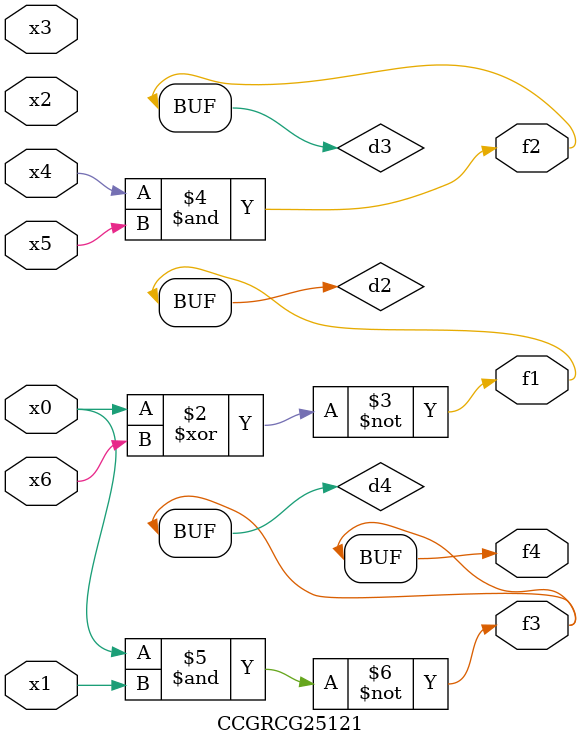
<source format=v>
module CCGRCG25121(
	input x0, x1, x2, x3, x4, x5, x6,
	output f1, f2, f3, f4
);

	wire d1, d2, d3, d4;

	nor (d1, x0);
	xnor (d2, x0, x6);
	and (d3, x4, x5);
	nand (d4, x0, x1);
	assign f1 = d2;
	assign f2 = d3;
	assign f3 = d4;
	assign f4 = d4;
endmodule

</source>
